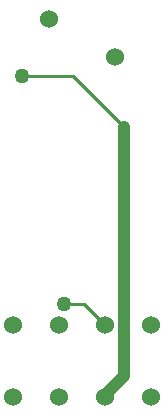
<source format=gbl>
G04*
G04 #@! TF.GenerationSoftware,Altium Limited,Altium Designer,20.1.14 (287)*
G04*
G04 Layer_Physical_Order=2*
G04 Layer_Color=16711680*
%FSLAX24Y24*%
%MOIN*%
G70*
G04*
G04 #@! TF.SameCoordinates,23AC58D6-5B4B-4A95-99CB-50BEC43C13F9*
G04*
G04*
G04 #@! TF.FilePolarity,Positive*
G04*
G01*
G75*
%ADD20C,0.0100*%
%ADD21C,0.0400*%
%ADD22C,0.0600*%
%ADD23C,0.0500*%
D20*
X767Y-11800D02*
Y-11733D01*
X-1994Y-1100D02*
X-300D01*
X1400Y-2800D01*
X-600Y-8700D02*
X83D01*
X767Y-9383D01*
Y-9400D02*
Y-9383D01*
X700Y-9400D02*
X767D01*
D21*
X1400Y-11100D02*
Y-2800D01*
X767Y-11733D02*
X1400Y-11100D01*
D22*
X-2300Y-11800D02*
D03*
X1116Y-480D02*
D03*
X-1100Y800D02*
D03*
X-2300Y-9400D02*
D03*
X2300Y-11800D02*
D03*
X767D02*
D03*
X-767D02*
D03*
X2300Y-9400D02*
D03*
X767D02*
D03*
X-767D02*
D03*
D23*
X-600Y-8700D02*
D03*
X-1994Y-1100D02*
D03*
M02*

</source>
